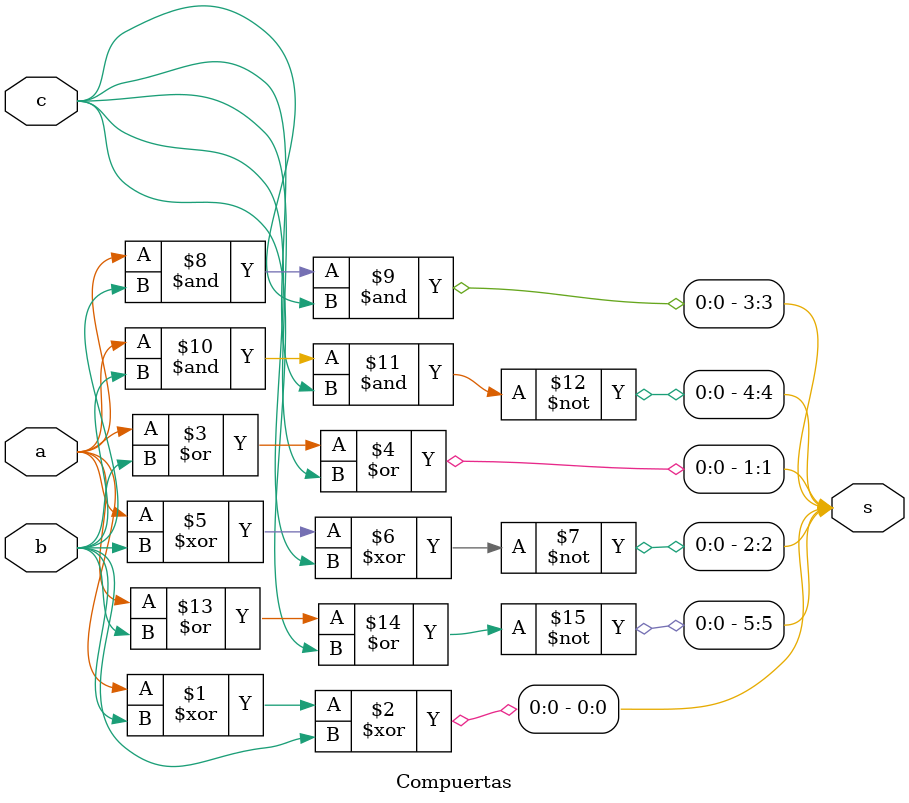
<source format=v>
module Compuertas(
input wire a,b,c,
output wire [0:5] s );
assign s[0]= a ^ b ^ b;
assign s[1] = a | b | c;
assign s[2] = ~(a ^ b ^ c);
assign s[3] = a & b & c;
assign s[4] = ~(a & b & c);
assign s[5] = ~(a | b | c);
endmodule


</source>
